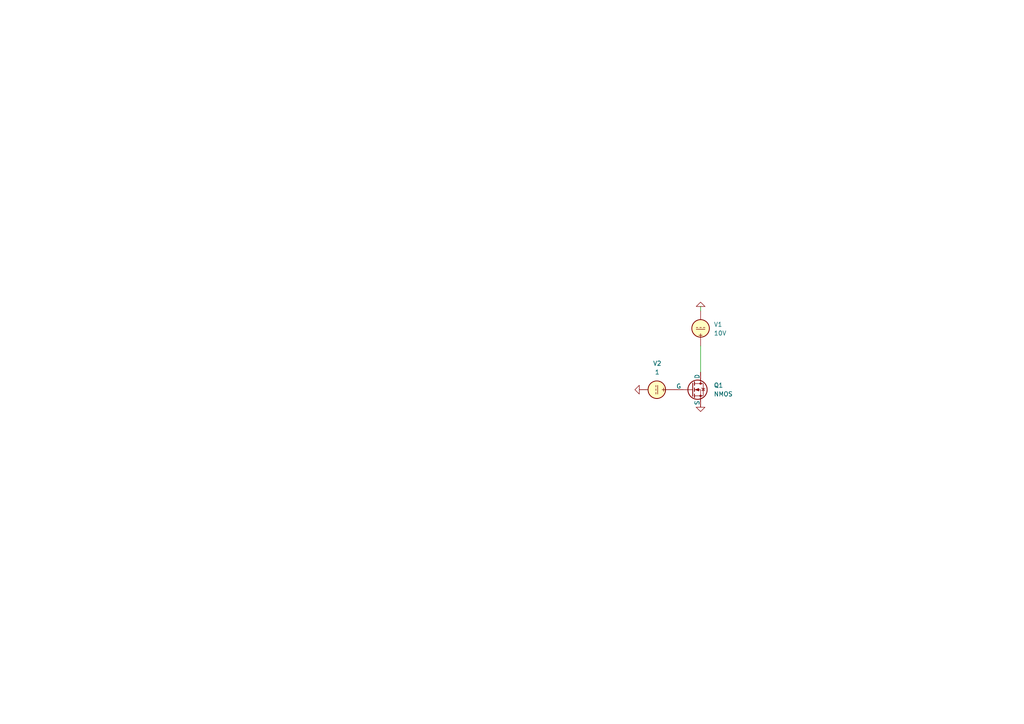
<source format=kicad_sch>
(kicad_sch (version 20250114) (generator "eeschema") (generator_version "9.0")
  (paper "A4")
  (lib_symbols
    (symbol "Simulation_SPICE:0" (power) (pin_numbers (hide yes)) (pin_names (offset 0) (hide yes))
      (property "Value" "0" (at 0 -2.54 0))
      (symbol "0_0_1"
        (polyline (pts (xy -1.27 0) (xy 0 -1.27) (xy 1.27 0) (xy -1.27 0)))
      )
      (symbol "0_1_1"
        (pin power_in line (at 0 0 0) (length 0) (name "~") (number "1"))
      )
    )
    (symbol "Simulation_SPICE:NMOS" (pin_numbers (hide yes)) (pin_names (offset 0))
      (property "Reference" "Q" (at 5.08 1.27 0))
      (property "Value" "NMOS" (at 5.08 -1.27 0))
      (symbol "NMOS_0_1"
        (polyline (pts (xy 0.254 1.905) (xy 0.254 -1.905)) (stroke (width 0.254)))
        (polyline (pts (xy 0.254 0) (xy -2.54 0)))
        (polyline (pts (xy 0.762 2.286) (xy 0.762 1.27)) (stroke (width 0.254)))
        (polyline (pts (xy 0.762 0.508) (xy 0.762 -0.508)) (stroke (width 0.254)))
        (polyline (pts (xy 0.762 -1.27) (xy 0.762 -2.286)) (stroke (width 0.254)))
        (polyline (pts (xy 0.762 -1.778) (xy 3.302 -1.778) (xy 3.302 1.778) (xy 0.762 1.778)))
        (polyline (pts (xy 1.016 0) (xy 2.032 0.381) (xy 2.032 -0.381) (xy 1.016 0)) (fill (type outline)))
        (circle (center 1.651 0) (radius 2.794) (stroke (width 0.254)))
        (polyline (pts (xy 2.54 2.54) (xy 2.54 1.778)))
        (circle (center 2.54 1.778) (radius 0.254) (fill (type outline)))
        (circle (center 2.54 -1.778) (radius 0.254) (fill (type outline)))
        (polyline (pts (xy 2.54 -2.54) (xy 2.54 0) (xy 0.762 0)))
        (polyline (pts (xy 2.794 0.508) (xy 2.921 0.381) (xy 3.683 0.381) (xy 3.81 0.254)))
        (polyline (pts (xy 3.302 0.381) (xy 2.921 -0.254) (xy 3.683 -0.254) (xy 3.302 0.381)))
      )
      (symbol "NMOS_1_1"
        (pin input line (at -5.08 0 0) (length 2.54) (name "G") (number "2"))
        (pin passive line (at 2.54 5.08 270) (length 2.54) (name "D") (number "1"))
        (pin passive line (at 2.54 -5.08 90) (length 2.54) (name "S") (number "3"))
      )
    )
    (symbol "Simulation_SPICE:VDC" (pin_numbers (hide yes)) (pin_names (offset 0.0254))
      (property "Reference" "V" (at 2.54 2.54 0))
      (property "Value" "1" (at 2.54 0 0))
      (symbol "VDC_0_0"
        (polyline (pts (xy -1.27 0.254) (xy 1.27 0.254)))
        (polyline (pts (xy -0.762 -0.254) (xy -1.27 -0.254)))
        (polyline (pts (xy 0.254 -0.254) (xy -0.254 -0.254)))
        (polyline (pts (xy 1.27 -0.254) (xy 0.762 -0.254)))
        (text "+" (at 0 1.905 0) (effects (font (size 1.27 1.27))))
      )
      (symbol "VDC_0_1"
        (circle (center 0 0) (radius 2.54) (stroke (width 0.254)) (fill (type background)))
      )
      (symbol "VDC_1_1"
        (pin passive line (at 0 5.08 270) (length 2.54) (name "~") (number "1"))
        (pin passive line (at 0 -5.08 90) (length 2.54) (name "~") (number "2"))
      )
    )
  )
  (wire (pts (xy 203.2 100.33) (xy 203.2 107.95)))
  (wire (pts (xy 203.2 90.17) (xy 203.2 88.9)))
  (symbol (lib_id "Simulation_SPICE:0") (at 185.42 113.03 270) (unit 1)
    (property "Reference" "#GND02" (effects (hide yes)))
    (property "Value" "0" (effects (hide yes)))
    (property "Datasheet" "https://ngspice.sourceforge.io/docs/ngspice-html-manual/manual.xhtml#subsec_Circuit_elements__device" (effects (hide yes)))
    (property "Description" "0V reference potential for simulation" (effects (hide yes)))
  )
  (symbol (lib_id "Simulation_SPICE:0") (at 203.2 118.11 0) (unit 1)
    (property "Reference" "#GND01" (effects (hide yes)))
    (property "Value" "0" (effects (hide yes)))
    (property "Datasheet" "https://ngspice.sourceforge.io/docs/ngspice-html-manual/manual.xhtml#subsec_Circuit_elements__device" (effects (hide yes)))
    (property "Description" "0V reference potential for simulation" (effects (hide yes)))
  )
  (symbol (lib_id "Simulation_SPICE:VDC") (at 203.2 95.25 180) (unit 1)
    (property "Reference" "V1" (at 207.01 94.1097 0) (effects (justify right)))
    (property "Value" "10V" (at 207.01 96.6497 0) (effects (justify right)))
    (property "Datasheet" "https://ngspice.sourceforge.io/docs/ngspice-html-manual/manual.xhtml#sec_Independent_Sources_for" (effects (hide yes)))
    (property "Description" "Voltage source, DC" (effects (hide yes)))
    (property "Sim.Pins" "1=+ 2=-" (effects (hide yes)))
    (property "Sim.Type" "DC" (effects (hide yes)))
    (property "Sim.Device" "V" (effects (hide yes)))
  )
  (symbol (lib_id "Simulation_SPICE:VDC") (at 190.5 113.03 270) (unit 1)
    (property "Reference" "V2" (at 190.6298 105.41 90))
    (property "Value" "1" (at 190.6298 107.95 90))
    (property "Datasheet" "https://ngspice.sourceforge.io/docs/ngspice-html-manual/manual.xhtml#sec_Independent_Sources_for" (effects (hide yes)))
    (property "Description" "Voltage source, DC" (effects (hide yes)))
    (property "Sim.Pins" "1=+ 2=-" (effects (hide yes)))
    (property "Sim.Type" "DC" (effects (hide yes)))
    (property "Sim.Device" "V" (effects (hide yes)))
  )
  (symbol (lib_id "Simulation_SPICE:NMOS") (at 200.66 113.03 0) (unit 1)
    (property "Reference" "Q1" (at 207.01 111.7599 0) (effects (justify left)))
    (property "Value" "NMOS" (at 207.01 114.2999 0) (effects (justify left)))
    (property "Datasheet" "https://ngspice.sourceforge.io/docs/ngspice-html-manual/manual.xhtml#cha_MOSFETs" (effects (hide yes)))
    (property "Description" "N-MOSFET transistor, drain/source/gate" (effects (hide yes)))
    (property "Sim.Device" "NMOS" (effects (hide yes)))
    (property "Sim.Type" "VDMOS" (effects (hide yes)))
    (property "Sim.Pins" "1=D 2=G 3=S" (effects (hide yes)))
  )
  (symbol (lib_id "Simulation_SPICE:0") (at 203.2 88.9 180) (unit 1)
    (property "Reference" "#GND03" (effects (hide yes)))
    (property "Value" "0" (effects (hide yes)))
    (property "Datasheet" "https://ngspice.sourceforge.io/docs/ngspice-html-manual/manual.xhtml#subsec_Circuit_elements__device" (effects (hide yes)))
    (property "Description" "0V reference potential for simulation" (effects (hide yes)))
  )
)
</source>
